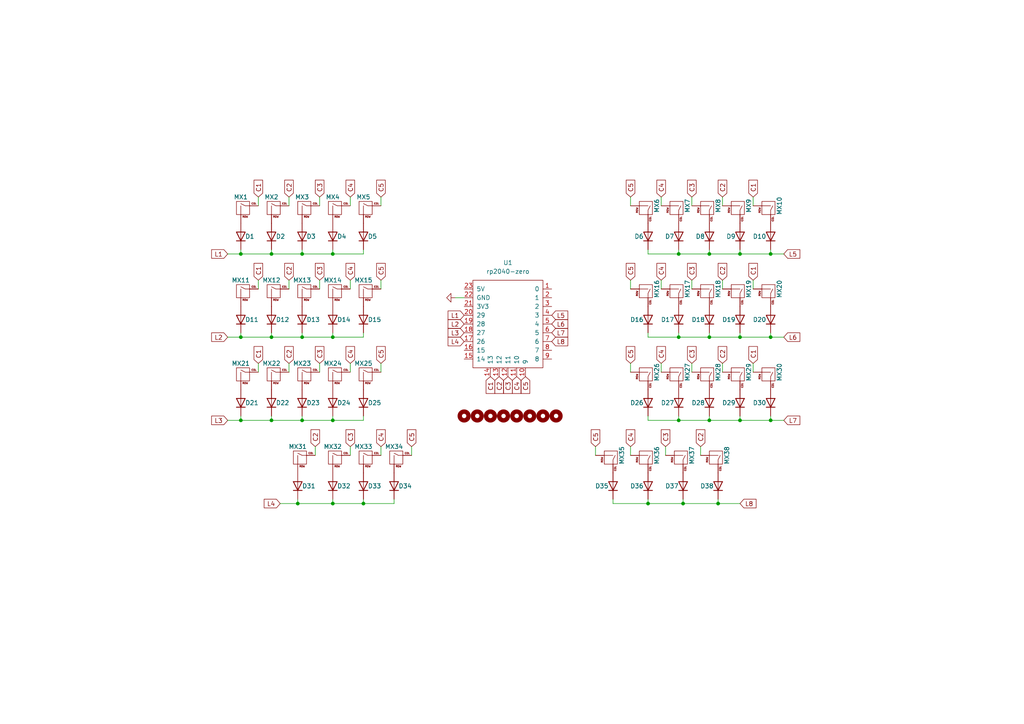
<source format=kicad_sch>
(kicad_sch (version 20230121) (generator eeschema)
  (paper "A4")
  (lib_symbols
    (symbol "Diode:1N4148" (pin_numbers hide) (pin_names hide)
      (property "Reference" "D" (at 0 2.54 0))
      (property "Value" "1N4148" (at 0 -2.54 0))
      (symbol "1N4148_0_1"
        (polyline (pts (xy -1.27 1.27) (xy -1.27 -1.27)) (stroke (width 0.254)))
        (polyline (pts (xy 1.27 0) (xy -1.27 0)))
        (polyline (pts (xy 1.27 1.27) (xy 1.27 -1.27) (xy -1.27 0) (xy 1.27 1.27)) (stroke (width 0.254)))
      )
      (symbol "1N4148_1_1"
        (pin passive line (at -3.81 0 0) (length 2.54) (name "K") (number "1"))
        (pin passive line (at 3.81 0 180) (length 2.54) (name "A") (number "2"))
      )
    )
    (symbol "Mechanical:MountingHole" (pin_names (offset 1.016))
      (property "Reference" "H" (at 0 5.08 0))
      (property "Value" "MountingHole" (at 0 3.175 0))
      (symbol "MountingHole_0_1"
        (circle (center 0 0) (radius 1.27) (stroke (width 1.27)))
      )
    )
    (symbol "PCM_0xcb:MX" (pin_names (offset 1.016))
      (property "Reference" "MX" (at -0.635 1.905 0))
      (property "Value" "MX" (at 0.635 0.635 0))
      (symbol "MX_1_0"
        (text "COL" (at 2.54 0.635 0) (effects (font (size 0.508 0.508))))
      )
      (symbol "MX_1_1"
        (polyline (pts (xy -1.27 -2.54) (xy -1.27 0)))
        (polyline (pts (xy 1.27 0) (xy 0 0) (xy -1.27 0.635)))
        (polyline (pts (xy -2.54 1.27) (xy 1.27 1.27) (xy 1.27 -2.54) (xy -2.54 -2.54) (xy -2.54 1.27)))
        (text "ROW" (at 0 -3.175 0) (effects (font (size 0.508 0.508))))
        (pin passive line (at 3.81 0 180) (length 2.54) (name "COL") (number "1"))
        (pin passive line (at -1.27 -5.08 90) (length 2.54) (name "ROW") (number "2"))
      )
    )
    (symbol "_mcu:rp2040-zero" (pin_names (offset 1.016))
      (property "Reference" "U" (at 0 15.24 0))
      (property "Value" "rp2040-zero" (at 0 12.7 0))
      (symbol "rp2040-zero_0_1"
        (rectangle (start -10.16 11.43) (end 10.16 -13.97))
      )
      (symbol "rp2040-zero_1_1"
        (pin bidirectional line (at 12.7 8.89 180) (length 2.54) (name "0") (number "1"))
        (pin bidirectional line (at 5.08 -16.51 90) (length 2.54) (name "9") (number "10"))
        (pin bidirectional line (at 2.54 -16.51 90) (length 2.54) (name "10") (number "11"))
        (pin bidirectional line (at 0 -16.51 90) (length 2.54) (name "11") (number "12"))
        (pin bidirectional line (at -2.54 -16.51 90) (length 2.54) (name "12") (number "13"))
        (pin bidirectional line (at -5.08 -16.51 90) (length 2.54) (name "13") (number "14"))
        (pin bidirectional line (at -12.7 -11.43 0) (length 2.54) (name "14") (number "15"))
        (pin bidirectional line (at -12.7 -8.89 0) (length 2.54) (name "15") (number "16"))
        (pin bidirectional line (at -12.7 -6.35 0) (length 2.54) (name "26") (number "17"))
        (pin bidirectional line (at -12.7 -3.81 0) (length 2.54) (name "27") (number "18"))
        (pin bidirectional line (at -12.7 -1.27 0) (length 2.54) (name "28") (number "19"))
        (pin bidirectional line (at 12.7 6.35 180) (length 2.54) (name "1") (number "2"))
        (pin bidirectional line (at -12.7 1.27 0) (length 2.54) (name "29") (number "20"))
        (pin power_out line (at -12.7 3.81 0) (length 2.54) (name "3V3") (number "21"))
        (pin power_out line (at -12.7 6.35 0) (length 2.54) (name "GND") (number "22"))
        (pin power_out line (at -12.7 8.89 0) (length 2.54) (name "5V") (number "23"))
        (pin bidirectional line (at 12.7 3.81 180) (length 2.54) (name "2") (number "3"))
        (pin bidirectional line (at 12.7 1.27 180) (length 2.54) (name "3") (number "4"))
        (pin bidirectional line (at 12.7 -1.27 180) (length 2.54) (name "4") (number "5"))
        (pin bidirectional line (at 12.7 -3.81 180) (length 2.54) (name "5") (number "6"))
        (pin bidirectional line (at 12.7 -6.35 180) (length 2.54) (name "6") (number "7"))
        (pin bidirectional line (at 12.7 -8.89 180) (length 2.54) (name "7") (number "8"))
        (pin bidirectional line (at 12.7 -11.43 180) (length 2.54) (name "8") (number "9"))
      )
    )
    (symbol "power:GND" (power) (pin_names (offset 0))
      (property "Value" "GND" (at 0 -3.81 0))
      (symbol "GND_0_1"
        (polyline (pts (xy 0 0) (xy 0 -1.27) (xy 1.27 -1.27) (xy 0 -2.54) (xy -1.27 -1.27) (xy 0 -1.27)))
      )
      (symbol "GND_1_1"
        (pin power_in line (at 0 0 270) (length 0) hide (name "GND") (number "1"))
      )
    )
  )
  (junction (at 69.85 97.79))
  (junction (at 214.63 97.79))
  (junction (at 205.74 97.79))
  (junction (at 96.52 97.79))
  (junction (at 223.52 73.66))
  (junction (at 214.63 73.66))
  (junction (at 69.85 121.92))
  (junction (at 87.63 73.66))
  (junction (at 208.28 146.05))
  (junction (at 87.63 121.92))
  (junction (at 78.74 121.92))
  (junction (at 198.12 146.05))
  (junction (at 78.74 97.79))
  (junction (at 223.52 121.92))
  (junction (at 105.41 146.05))
  (junction (at 223.52 97.79))
  (junction (at 196.85 97.79))
  (junction (at 96.52 73.66))
  (junction (at 78.74 73.66))
  (junction (at 196.85 121.92))
  (junction (at 214.63 121.92))
  (junction (at 196.85 73.66))
  (junction (at 96.52 146.05))
  (junction (at 86.36 146.05))
  (junction (at 69.85 73.66))
  (junction (at 187.96 146.05))
  (junction (at 96.52 121.92))
  (junction (at 205.74 121.92))
  (junction (at 205.74 73.66))
  (junction (at 87.63 97.79))
  (wire (pts (xy 200.66 57.15) (xy 200.66 59.69)))
  (wire (pts (xy 96.52 73.66) (xy 96.52 72.39)))
  (wire (pts (xy 105.41 146.05) (xy 114.3 146.05)))
  (wire (pts (xy 87.63 121.92) (xy 96.52 121.92)))
  (wire (pts (xy 66.04 73.66) (xy 69.85 73.66)))
  (wire (pts (xy 187.96 73.66) (xy 187.96 72.39)))
  (wire (pts (xy 92.71 105.41) (xy 92.71 107.95)))
  (wire (pts (xy 96.52 146.05) (xy 96.52 144.78)))
  (wire (pts (xy 69.85 73.66) (xy 78.74 73.66)))
  (wire (pts (xy 208.28 146.05) (xy 214.63 146.05)))
  (wire (pts (xy 83.82 81.28) (xy 83.82 83.82)))
  (wire (pts (xy 110.49 129.54) (xy 110.49 132.08)))
  (wire (pts (xy 187.96 121.92) (xy 187.96 120.65)))
  (wire (pts (xy 96.52 97.79) (xy 105.41 97.79)))
  (wire (pts (xy 119.38 129.54) (xy 119.38 132.08)))
  (wire (pts (xy 223.52 97.79) (xy 214.63 97.79)))
  (wire (pts (xy 187.96 146.05) (xy 187.96 144.78)))
  (wire (pts (xy 209.55 57.15) (xy 209.55 59.69)))
  (wire (pts (xy 214.63 73.66) (xy 214.63 72.39)))
  (wire (pts (xy 227.33 97.79) (xy 223.52 97.79)))
  (wire (pts (xy 177.8 146.05) (xy 177.8 144.78)))
  (wire (pts (xy 177.8 146.05) (xy 187.96 146.05)))
  (wire (pts (xy 101.6 105.41) (xy 101.6 107.95)))
  (wire (pts (xy 182.88 129.54) (xy 182.88 132.08)))
  (wire (pts (xy 86.36 146.05) (xy 86.36 144.78)))
  (wire (pts (xy 205.74 121.92) (xy 196.85 121.92)))
  (wire (pts (xy 83.82 105.41) (xy 83.82 107.95)))
  (wire (pts (xy 193.04 129.54) (xy 193.04 132.08)))
  (wire (pts (xy 105.41 73.66) (xy 105.41 72.39)))
  (wire (pts (xy 214.63 121.92) (xy 214.63 120.65)))
  (wire (pts (xy 101.6 129.54) (xy 101.6 132.08)))
  (wire (pts (xy 132.08 86.36) (xy 134.62 86.36)))
  (wire (pts (xy 200.66 105.41) (xy 200.66 107.95)))
  (wire (pts (xy 91.44 129.54) (xy 91.44 132.08)))
  (wire (pts (xy 227.33 73.66) (xy 223.52 73.66)))
  (wire (pts (xy 96.52 73.66) (xy 105.41 73.66)))
  (wire (pts (xy 105.41 121.92) (xy 105.41 120.65)))
  (wire (pts (xy 223.52 120.65) (xy 223.52 121.92)))
  (wire (pts (xy 218.44 57.15) (xy 218.44 59.69)))
  (wire (pts (xy 203.2 129.54) (xy 203.2 132.08)))
  (wire (pts (xy 196.85 121.92) (xy 187.96 121.92)))
  (wire (pts (xy 78.74 121.92) (xy 87.63 121.92)))
  (wire (pts (xy 87.63 97.79) (xy 96.52 97.79)))
  (wire (pts (xy 92.71 81.28) (xy 92.71 83.82)))
  (wire (pts (xy 205.74 73.66) (xy 196.85 73.66)))
  (wire (pts (xy 223.52 73.66) (xy 223.52 72.39)))
  (wire (pts (xy 96.52 146.05) (xy 105.41 146.05)))
  (wire (pts (xy 66.04 121.92) (xy 69.85 121.92)))
  (wire (pts (xy 78.74 97.79) (xy 87.63 97.79)))
  (wire (pts (xy 182.88 81.28) (xy 182.88 83.82)))
  (wire (pts (xy 191.77 57.15) (xy 191.77 59.69)))
  (wire (pts (xy 191.77 81.28) (xy 191.77 83.82)))
  (wire (pts (xy 86.36 146.05) (xy 96.52 146.05)))
  (wire (pts (xy 114.3 146.05) (xy 114.3 144.78)))
  (wire (pts (xy 214.63 97.79) (xy 205.74 97.79)))
  (wire (pts (xy 69.85 73.66) (xy 69.85 72.39)))
  (wire (pts (xy 218.44 105.41) (xy 218.44 107.95)))
  (wire (pts (xy 191.77 105.41) (xy 191.77 107.95)))
  (wire (pts (xy 78.74 73.66) (xy 87.63 73.66)))
  (wire (pts (xy 101.6 57.15) (xy 101.6 59.69)))
  (wire (pts (xy 196.85 97.79) (xy 196.85 96.52)))
  (wire (pts (xy 196.85 73.66) (xy 187.96 73.66)))
  (wire (pts (xy 205.74 73.66) (xy 205.74 72.39)))
  (wire (pts (xy 74.93 81.28) (xy 74.93 83.82)))
  (wire (pts (xy 223.52 121.92) (xy 227.33 121.92)))
  (wire (pts (xy 74.93 57.15) (xy 74.93 59.69)))
  (wire (pts (xy 205.74 121.92) (xy 205.74 120.65)))
  (wire (pts (xy 223.52 97.79) (xy 223.52 96.52)))
  (wire (pts (xy 187.96 97.79) (xy 187.96 96.52)))
  (wire (pts (xy 78.74 97.79) (xy 78.74 96.52)))
  (wire (pts (xy 208.28 144.78) (xy 208.28 146.05)))
  (wire (pts (xy 172.72 129.54) (xy 172.72 132.08)))
  (wire (pts (xy 74.93 105.41) (xy 74.93 107.95)))
  (wire (pts (xy 87.63 97.79) (xy 87.63 96.52)))
  (wire (pts (xy 110.49 57.15) (xy 110.49 59.69)))
  (wire (pts (xy 66.04 97.79) (xy 69.85 97.79)))
  (wire (pts (xy 110.49 105.41) (xy 110.49 107.95)))
  (wire (pts (xy 78.74 121.92) (xy 78.74 120.65)))
  (wire (pts (xy 187.96 146.05) (xy 198.12 146.05)))
  (wire (pts (xy 87.63 73.66) (xy 87.63 72.39)))
  (wire (pts (xy 214.63 121.92) (xy 205.74 121.92)))
  (wire (pts (xy 198.12 144.78) (xy 198.12 146.05)))
  (wire (pts (xy 182.88 105.41) (xy 182.88 107.95)))
  (wire (pts (xy 87.63 121.92) (xy 87.63 120.65)))
  (wire (pts (xy 198.12 146.05) (xy 208.28 146.05)))
  (wire (pts (xy 196.85 73.66) (xy 196.85 72.39)))
  (wire (pts (xy 92.71 57.15) (xy 92.71 59.69)))
  (wire (pts (xy 214.63 97.79) (xy 214.63 96.52)))
  (wire (pts (xy 105.41 97.79) (xy 105.41 96.52)))
  (wire (pts (xy 209.55 105.41) (xy 209.55 107.95)))
  (wire (pts (xy 87.63 73.66) (xy 96.52 73.66)))
  (wire (pts (xy 110.49 81.28) (xy 110.49 83.82)))
  (wire (pts (xy 78.74 73.66) (xy 78.74 72.39)))
  (wire (pts (xy 223.52 73.66) (xy 214.63 73.66)))
  (wire (pts (xy 69.85 97.79) (xy 78.74 97.79)))
  (wire (pts (xy 101.6 81.28) (xy 101.6 83.82)))
  (wire (pts (xy 182.88 57.15) (xy 182.88 59.69)))
  (wire (pts (xy 83.82 57.15) (xy 83.82 59.69)))
  (wire (pts (xy 96.52 121.92) (xy 96.52 120.65)))
  (wire (pts (xy 214.63 73.66) (xy 205.74 73.66)))
  (wire (pts (xy 200.66 81.28) (xy 200.66 83.82)))
  (wire (pts (xy 196.85 121.92) (xy 196.85 120.65)))
  (wire (pts (xy 69.85 120.65) (xy 69.85 121.92)))
  (wire (pts (xy 96.52 121.92) (xy 105.41 121.92)))
  (wire (pts (xy 209.55 81.28) (xy 209.55 83.82)))
  (wire (pts (xy 69.85 121.92) (xy 78.74 121.92)))
  (wire (pts (xy 81.28 146.05) (xy 86.36 146.05)))
  (wire (pts (xy 69.85 97.79) (xy 69.85 96.52)))
  (wire (pts (xy 196.85 97.79) (xy 187.96 97.79)))
  (wire (pts (xy 96.52 97.79) (xy 96.52 96.52)))
  (wire (pts (xy 205.74 97.79) (xy 196.85 97.79)))
  (wire (pts (xy 205.74 97.79) (xy 205.74 96.52)))
  (wire (pts (xy 218.44 81.28) (xy 218.44 83.82)))
  (wire (pts (xy 105.41 146.05) (xy 105.41 144.78)))
  (wire (pts (xy 214.63 121.92) (xy 223.52 121.92)))
  (global_label "C5" (shape input) (at 182.88 81.28 90) (property "Intersheetrefs" "${INTERSHEET_REFS}" (effects hide)))
  (global_label "C5" (shape input) (at 182.88 105.41 90) (property "Intersheetrefs" "${INTERSHEET_REFS}" (effects hide)))
  (global_label "C3" (shape input) (at 200.66 105.41 90) (property "Intersheetrefs" "${INTERSHEET_REFS}" (effects hide)))
  (global_label "C3" (shape input) (at 92.71 81.28 90) (property "Intersheetrefs" "${INTERSHEET_REFS}" (effects hide)))
  (global_label "L6" (shape input) (at 160.02 93.98 0) (property "Intersheetrefs" "${INTERSHEET_REFS}" (effects hide)))
  (global_label "C3" (shape input) (at 193.04 129.54 90) (property "Intersheetrefs" "${INTERSHEET_REFS}" (effects hide)))
  (global_label "L2" (shape input) (at 134.62 93.98 180) (property "Intersheetrefs" "${INTERSHEET_REFS}" (effects hide)))
  (global_label "L4" (shape input) (at 81.28 146.05 180) (property "Intersheetrefs" "${INTERSHEET_REFS}" (effects hide)))
  (global_label "C4" (shape input) (at 110.49 129.54 90) (property "Intersheetrefs" "${INTERSHEET_REFS}" (effects hide)))
  (global_label "C2" (shape input) (at 91.44 129.54 90) (property "Intersheetrefs" "${INTERSHEET_REFS}" (effects hide)))
  (global_label "C3" (shape input) (at 200.66 57.15 90) (property "Intersheetrefs" "${INTERSHEET_REFS}" (effects hide)))
  (global_label "L1" (shape input) (at 66.04 73.66 180) (property "Intersheetrefs" "${INTERSHEET_REFS}" (effects hide)))
  (global_label "C2" (shape input) (at 209.55 81.28 90) (property "Intersheetrefs" "${INTERSHEET_REFS}" (effects hide)))
  (global_label "L8" (shape input) (at 160.02 99.06 0) (property "Intersheetrefs" "${INTERSHEET_REFS}" (effects hide)))
  (global_label "C2" (shape input) (at 83.82 81.28 90) (property "Intersheetrefs" "${INTERSHEET_REFS}" (effects hide)))
  (global_label "C3" (shape input) (at 200.66 81.28 90) (property "Intersheetrefs" "${INTERSHEET_REFS}" (effects hide)))
  (global_label "C5" (shape input) (at 110.49 57.15 90) (property "Intersheetrefs" "${INTERSHEET_REFS}" (effects hide)))
  (global_label "C2" (shape input) (at 83.82 57.15 90) (property "Intersheetrefs" "${INTERSHEET_REFS}" (effects hide)))
  (global_label "C2" (shape input) (at 209.55 105.41 90) (property "Intersheetrefs" "${INTERSHEET_REFS}" (effects hide)))
  (global_label "L1" (shape input) (at 134.62 91.44 180) (property "Intersheetrefs" "${INTERSHEET_REFS}" (effects hide)))
  (global_label "C1" (shape input) (at 74.93 81.28 90) (property "Intersheetrefs" "${INTERSHEET_REFS}" (effects hide)))
  (global_label "C4" (shape input) (at 182.88 129.54 90) (property "Intersheetrefs" "${INTERSHEET_REFS}" (effects hide)))
  (global_label "C4" (shape input) (at 191.77 105.41 90) (property "Intersheetrefs" "${INTERSHEET_REFS}" (effects hide)))
  (global_label "C4" (shape input) (at 101.6 57.15 90) (property "Intersheetrefs" "${INTERSHEET_REFS}" (effects hide)))
  (global_label "C2" (shape input) (at 83.82 105.41 90) (property "Intersheetrefs" "${INTERSHEET_REFS}" (effects hide)))
  (global_label "L3" (shape input) (at 134.62 96.52 180) (property "Intersheetrefs" "${INTERSHEET_REFS}" (effects hide)))
  (global_label "C1" (shape input) (at 218.44 105.41 90) (property "Intersheetrefs" "${INTERSHEET_REFS}" (effects hide)))
  (global_label "C4" (shape input) (at 149.86 109.22 270) (property "Intersheetrefs" "${INTERSHEET_REFS}" (effects hide)))
  (global_label "C2" (shape input) (at 203.2 129.54 90) (property "Intersheetrefs" "${INTERSHEET_REFS}" (effects hide)))
  (global_label "C1" (shape input) (at 74.93 57.15 90) (property "Intersheetrefs" "${INTERSHEET_REFS}" (effects hide)))
  (global_label "L6" (shape input) (at 227.33 97.79 0) (property "Intersheetrefs" "${INTERSHEET_REFS}" (effects hide)))
  (global_label "C5" (shape input) (at 110.49 81.28 90) (property "Intersheetrefs" "${INTERSHEET_REFS}" (effects hide)))
  (global_label "C4" (shape input) (at 101.6 81.28 90) (property "Intersheetrefs" "${INTERSHEET_REFS}" (effects hide)))
  (global_label "C1" (shape input) (at 218.44 57.15 90) (property "Intersheetrefs" "${INTERSHEET_REFS}" (effects hide)))
  (global_label "C5" (shape input) (at 172.72 129.54 90) (property "Intersheetrefs" "${INTERSHEET_REFS}" (effects hide)))
  (global_label "L5" (shape input) (at 227.33 73.66 0) (property "Intersheetrefs" "${INTERSHEET_REFS}" (effects hide)))
  (global_label "C3" (shape input) (at 101.6 129.54 90) (property "Intersheetrefs" "${INTERSHEET_REFS}" (effects hide)))
  (global_label "L2" (shape input) (at 66.04 97.79 180) (property "Intersheetrefs" "${INTERSHEET_REFS}" (effects hide)))
  (global_label "L4" (shape input) (at 134.62 99.06 180) (property "Intersheetrefs" "${INTERSHEET_REFS}" (effects hide)))
  (global_label "C3" (shape input) (at 92.71 105.41 90) (property "Intersheetrefs" "${INTERSHEET_REFS}" (effects hide)))
  (global_label "C5" (shape input) (at 119.38 129.54 90) (property "Intersheetrefs" "${INTERSHEET_REFS}" (effects hide)))
  (global_label "C4" (shape input) (at 101.6 105.41 90) (property "Intersheetrefs" "${INTERSHEET_REFS}" (effects hide)))
  (global_label "C4" (shape input) (at 191.77 57.15 90) (property "Intersheetrefs" "${INTERSHEET_REFS}" (effects hide)))
  (global_label "L7" (shape input) (at 160.02 96.52 0) (property "Intersheetrefs" "${INTERSHEET_REFS}" (effects hide)))
  (global_label "C5" (shape input) (at 110.49 105.41 90) (property "Intersheetrefs" "${INTERSHEET_REFS}" (effects hide)))
  (global_label "C5" (shape input) (at 182.88 57.15 90) (property "Intersheetrefs" "${INTERSHEET_REFS}" (effects hide)))
  (global_label "L3" (shape input) (at 66.04 121.92 180) (property "Intersheetrefs" "${INTERSHEET_REFS}" (effects hide)))
  (global_label "L5" (shape input) (at 160.02 91.44 0) (property "Intersheetrefs" "${INTERSHEET_REFS}" (effects hide)))
  (global_label "C4" (shape input) (at 191.77 81.28 90) (property "Intersheetrefs" "${INTERSHEET_REFS}" (effects hide)))
  (global_label "C3" (shape input) (at 147.32 109.22 270) (property "Intersheetrefs" "${INTERSHEET_REFS}" (effects hide)))
  (global_label "L7" (shape input) (at 227.33 121.92 0) (property "Intersheetrefs" "${INTERSHEET_REFS}" (effects hide)))
  (global_label "L8" (shape input) (at 214.63 146.05 0) (property "Intersheetrefs" "${INTERSHEET_REFS}" (effects hide)))
  (global_label "C2" (shape input) (at 209.55 57.15 90) (property "Intersheetrefs" "${INTERSHEET_REFS}" (effects hide)))
  (global_label "C3" (shape input) (at 92.71 57.15 90) (property "Intersheetrefs" "${INTERSHEET_REFS}" (effects hide)))
  (global_label "C5" (shape input) (at 152.4 109.22 270) (property "Intersheetrefs" "${INTERSHEET_REFS}" (effects hide)))
  (global_label "C1" (shape input) (at 218.44 81.28 90) (property "Intersheetrefs" "${INTERSHEET_REFS}" (effects hide)))
  (global_label "C2" (shape input) (at 144.78 109.22 270) (property "Intersheetrefs" "${INTERSHEET_REFS}" (effects hide)))
  (global_label "C1" (shape input) (at 74.93 105.41 90) (property "Intersheetrefs" "${INTERSHEET_REFS}" (effects hide)))
  (global_label "C1" (shape input) (at 142.24 109.22 270) (property "Intersheetrefs" "${INTERSHEET_REFS}" (effects hide)))
  (symbol (lib_id "PCM_0xcb:MX") (at 115.57 132.08 0) (unit 1)
    (property "Reference" "MX34" (at 114.3 129.54 0))
    (property "Value" "MX" (effects hide))
    (property "Footprint" "_mx:MX-Alps-Hybrid-1U" (effects hide))
  )
  (symbol (lib_id "Diode:1N4148") (at 214.63 68.58 270) (mirror x) (unit 1)
    (property "Reference" "D9" (at 213.36 68.58 90) (effects (justify right)))
    (property "Value" "1N4148" (effects hide))
    (property "Footprint" "Diode_THT:D_DO-35_SOD27_P7.62mm_Horizontal" (effects hide))
    (property "Datasheet" "https://assets.nexperia.com/documents/data-sheet/1N4148_1N4448.pdf" (effects hide))
    (property "Sim.Device" "D" (effects hide))
    (property "Sim.Pins" "1=K 2=A" (effects hide))
  )
  (symbol (lib_id "Diode:1N4148") (at 114.3 140.97 90) (unit 1)
    (property "Reference" "D34" (at 115.57 140.97 90) (effects (justify right)))
    (property "Value" "1N4148" (effects hide))
    (property "Footprint" "Diode_THT:D_DO-35_SOD27_P7.62mm_Horizontal" (effects hide))
    (property "Datasheet" "https://assets.nexperia.com/documents/data-sheet/1N4148_1N4448.pdf" (effects hide))
    (property "Sim.Device" "D" (effects hide))
    (property "Sim.Pins" "1=K 2=A" (effects hide))
  )
  (symbol (lib_id "PCM_0xcb:MX") (at 187.96 60.96 270) (unit 1)
    (property "Reference" "MX6" (at 190.5 59.69 0))
    (property "Value" "MX" (effects hide))
    (property "Footprint" "_mx:MX-Alps-Hybrid-1U" (effects hide))
  )
  (symbol (lib_id "PCM_0xcb:MX") (at 97.79 107.95 0) (unit 1)
    (property "Reference" "MX24" (at 96.52 105.41 0))
    (property "Value" "MX" (effects hide))
    (property "Footprint" "_mx:MX-Alps-Hybrid-1U" (effects hide))
  )
  (symbol (lib_id "Diode:1N4148") (at 205.74 92.71 270) (mirror x) (unit 1)
    (property "Reference" "D18" (at 204.47 92.71 90) (effects (justify right)))
    (property "Value" "1N4148" (effects hide))
    (property "Footprint" "Diode_THT:D_DO-35_SOD27_P7.62mm_Horizontal" (effects hide))
    (property "Datasheet" "https://assets.nexperia.com/documents/data-sheet/1N4148_1N4448.pdf" (effects hide))
    (property "Sim.Device" "D" (effects hide))
    (property "Sim.Pins" "1=K 2=A" (effects hide))
  )
  (symbol (lib_id "PCM_0xcb:MX") (at 196.85 85.09 270) (unit 1)
    (property "Reference" "MX17" (at 199.39 83.82 0))
    (property "Value" "MX" (effects hide))
    (property "Footprint" "_mx:MX-Alps-Hybrid-1U" (effects hide))
  )
  (symbol (lib_id "Mechanical:MountingHole") (at 142.24 120.65 0) (unit 1)
    (property "Reference" "H3" (effects hide))
    (property "Value" "MountingHole" (effects hide))
    (property "Footprint" "MountingHole:MountingHole_2.2mm_M2" (effects hide))
  )
  (symbol (lib_id "PCM_0xcb:MX") (at 88.9 59.69 0) (unit 1)
    (property "Reference" "MX3" (at 87.63 57.15 0))
    (property "Value" "MX" (effects hide))
    (property "Footprint" "_mx:MX-Alps-Hybrid-1U" (effects hide))
  )
  (symbol (lib_id "Diode:1N4148") (at 87.63 92.71 90) (unit 1)
    (property "Reference" "D13" (at 88.9 92.71 90) (effects (justify right)))
    (property "Value" "1N4148" (effects hide))
    (property "Footprint" "Diode_THT:D_DO-35_SOD27_P7.62mm_Horizontal" (effects hide))
    (property "Datasheet" "https://assets.nexperia.com/documents/data-sheet/1N4148_1N4448.pdf" (effects hide))
    (property "Sim.Device" "D" (effects hide))
    (property "Sim.Pins" "1=K 2=A" (effects hide))
  )
  (symbol (lib_id "PCM_0xcb:MX") (at 80.01 83.82 0) (unit 1)
    (property "Reference" "MX12" (at 78.74 81.28 0))
    (property "Value" "MX" (effects hide))
    (property "Footprint" "_mx:MX-Alps-Hybrid-1U" (effects hide))
  )
  (symbol (lib_id "PCM_0xcb:MX") (at 208.28 133.35 270) (unit 1)
    (property "Reference" "MX38" (at 210.82 132.08 0))
    (property "Value" "MX" (effects hide))
    (property "Footprint" "_mx:MX-Alps-Hybrid-1U" (effects hide))
  )
  (symbol (lib_id "_mcu:rp2040-zero") (at 147.32 92.71 0) (unit 1)
    (property "Reference" "U1" (at 147.32 76.2 0))
    (property "Value" "rp2040-zero" (at 147.32 78.74 0))
    (property "Footprint" "_mcu:rp2040-zero-tht" (effects hide))
  )
  (symbol (lib_id "PCM_0xcb:MX") (at 106.68 132.08 0) (unit 1)
    (property "Reference" "MX33" (at 105.41 129.54 0))
    (property "Value" "MX" (effects hide))
    (property "Footprint" "_mx:MX-Alps-Hybrid-1U" (effects hide))
  )
  (symbol (lib_id "Diode:1N4148") (at 223.52 92.71 270) (mirror x) (unit 1)
    (property "Reference" "D20" (at 222.25 92.71 90) (effects (justify right)))
    (property "Value" "1N4148" (effects hide))
    (property "Footprint" "Diode_THT:D_DO-35_SOD27_P7.62mm_Horizontal" (effects hide))
    (property "Datasheet" "https://assets.nexperia.com/documents/data-sheet/1N4148_1N4448.pdf" (effects hide))
    (property "Sim.Device" "D" (effects hide))
    (property "Sim.Pins" "1=K 2=A" (effects hide))
  )
  (symbol (lib_id "PCM_0xcb:MX") (at 87.63 132.08 0) (unit 1)
    (property "Reference" "MX31" (at 86.36 129.54 0))
    (property "Value" "MX" (effects hide))
    (property "Footprint" "_mx:MX-Alps-Hybrid-1U" (effects hide))
  )
  (symbol (lib_id "Mechanical:MountingHole") (at 153.67 120.65 0) (unit 1)
    (property "Reference" "H6" (effects hide))
    (property "Value" "MountingHole" (effects hide))
    (property "Footprint" "MountingHole:MountingHole_2.2mm_M2" (effects hide))
  )
  (symbol (lib_id "Diode:1N4148") (at 69.85 68.58 90) (unit 1)
    (property "Reference" "D1" (at 71.12 68.58 90) (effects (justify right)))
    (property "Value" "1N4148" (effects hide))
    (property "Footprint" "Diode_THT:D_DO-35_SOD27_P7.62mm_Horizontal" (effects hide))
    (property "Datasheet" "https://assets.nexperia.com/documents/data-sheet/1N4148_1N4448.pdf" (effects hide))
    (property "Sim.Device" "D" (effects hide))
    (property "Sim.Pins" "1=K 2=A" (effects hide))
  )
  (symbol (lib_id "PCM_0xcb:MX") (at 214.63 60.96 270) (unit 1)
    (property "Reference" "MX9" (at 217.17 59.69 0))
    (property "Value" "MX" (effects hide))
    (property "Footprint" "_mx:MX-Alps-Hybrid-1U" (effects hide))
  )
  (symbol (lib_id "PCM_0xcb:MX") (at 205.74 60.96 270) (unit 1)
    (property "Reference" "MX8" (at 208.28 59.69 0))
    (property "Value" "MX" (effects hide))
    (property "Footprint" "_mx:MX-Alps-Hybrid-1U" (effects hide))
  )
  (symbol (lib_id "Diode:1N4148") (at 223.52 68.58 270) (mirror x) (unit 1)
    (property "Reference" "D10" (at 222.25 68.58 90) (effects (justify right)))
    (property "Value" "1N4148" (effects hide))
    (property "Footprint" "Diode_THT:D_DO-35_SOD27_P7.62mm_Horizontal" (effects hide))
    (property "Datasheet" "https://assets.nexperia.com/documents/data-sheet/1N4148_1N4448.pdf" (effects hide))
    (property "Sim.Device" "D" (effects hide))
    (property "Sim.Pins" "1=K 2=A" (effects hide))
  )
  (symbol (lib_id "Mechanical:MountingHole") (at 146.05 120.65 0) (unit 1)
    (property "Reference" "H4" (effects hide))
    (property "Value" "MountingHole" (effects hide))
    (property "Footprint" "MountingHole:MountingHole_2.2mm_M2" (effects hide))
  )
  (symbol (lib_id "Diode:1N4148") (at 78.74 92.71 90) (unit 1)
    (property "Reference" "D12" (at 80.01 92.71 90) (effects (justify right)))
    (property "Value" "1N4148" (effects hide))
    (property "Footprint" "Diode_THT:D_DO-35_SOD27_P7.62mm_Horizontal" (effects hide))
    (property "Datasheet" "https://assets.nexperia.com/documents/data-sheet/1N4148_1N4448.pdf" (effects hide))
    (property "Sim.Device" "D" (effects hide))
    (property "Sim.Pins" "1=K 2=A" (effects hide))
  )
  (symbol (lib_id "Mechanical:MountingHole") (at 157.48 120.65 0) (unit 1)
    (property "Reference" "H7" (effects hide))
    (property "Value" "MountingHole" (effects hide))
    (property "Footprint" "MountingHole:MountingHole_2.2mm_M2" (effects hide))
  )
  (symbol (lib_id "Diode:1N4148") (at 205.74 116.84 270) (mirror x) (unit 1)
    (property "Reference" "D28" (at 204.47 116.84 90) (effects (justify right)))
    (property "Value" "1N4148" (effects hide))
    (property "Footprint" "Diode_THT:D_DO-35_SOD27_P7.62mm_Horizontal" (effects hide))
    (property "Datasheet" "https://assets.nexperia.com/documents/data-sheet/1N4148_1N4448.pdf" (effects hide))
    (property "Sim.Device" "D" (effects hide))
    (property "Sim.Pins" "1=K 2=A" (effects hide))
  )
  (symbol (lib_id "Diode:1N4148") (at 223.52 116.84 270) (mirror x) (unit 1)
    (property "Reference" "D30" (at 222.25 116.84 90) (effects (justify right)))
    (property "Value" "1N4148" (effects hide))
    (property "Footprint" "Diode_THT:D_DO-35_SOD27_P7.62mm_Horizontal" (effects hide))
    (property "Datasheet" "https://assets.nexperia.com/documents/data-sheet/1N4148_1N4448.pdf" (effects hide))
    (property "Sim.Device" "D" (effects hide))
    (property "Sim.Pins" "1=K 2=A" (effects hide))
  )
  (symbol (lib_id "PCM_0xcb:MX") (at 214.63 109.22 270) (unit 1)
    (property "Reference" "MX29" (at 217.17 107.95 0))
    (property "Value" "MX" (effects hide))
    (property "Footprint" "_mx:MX-Alps-Hybrid-1U" (effects hide))
  )
  (symbol (lib_id "PCM_0xcb:MX") (at 80.01 59.69 0) (unit 1)
    (property "Reference" "MX2" (at 78.74 57.15 0))
    (property "Value" "MX" (effects hide))
    (property "Footprint" "_mx:MX-Alps-Hybrid-1U" (effects hide))
  )
  (symbol (lib_id "Diode:1N4148") (at 96.52 68.58 90) (unit 1)
    (property "Reference" "D4" (at 97.79 68.58 90) (effects (justify right)))
    (property "Value" "1N4148" (effects hide))
    (property "Footprint" "Diode_THT:D_DO-35_SOD27_P7.62mm_Horizontal" (effects hide))
    (property "Datasheet" "https://assets.nexperia.com/documents/data-sheet/1N4148_1N4448.pdf" (effects hide))
    (property "Sim.Device" "D" (effects hide))
    (property "Sim.Pins" "1=K 2=A" (effects hide))
  )
  (symbol (lib_id "PCM_0xcb:MX") (at 71.12 107.95 0) (unit 1)
    (property "Reference" "MX21" (at 69.85 105.41 0))
    (property "Value" "MX" (effects hide))
    (property "Footprint" "_mx:MX-Alps-Hybrid-1U" (effects hide))
  )
  (symbol (lib_id "Diode:1N4148") (at 187.96 140.97 270) (mirror x) (unit 1)
    (property "Reference" "D36" (at 186.69 140.97 90) (effects (justify right)))
    (property "Value" "1N4148" (effects hide))
    (property "Footprint" "Diode_THT:D_DO-35_SOD27_P7.62mm_Horizontal" (effects hide))
    (property "Datasheet" "https://assets.nexperia.com/documents/data-sheet/1N4148_1N4448.pdf" (effects hide))
    (property "Sim.Device" "D" (effects hide))
    (property "Sim.Pins" "1=K 2=A" (effects hide))
  )
  (symbol (lib_id "Diode:1N4148") (at 78.74 68.58 90) (unit 1)
    (property "Reference" "D2" (at 80.01 68.58 90) (effects (justify right)))
    (property "Value" "1N4148" (effects hide))
    (property "Footprint" "Diode_THT:D_DO-35_SOD27_P7.62mm_Horizontal" (effects hide))
    (property "Datasheet" "https://assets.nexperia.com/documents/data-sheet/1N4148_1N4448.pdf" (effects hide))
    (property "Sim.Device" "D" (effects hide))
    (property "Sim.Pins" "1=K 2=A" (effects hide))
  )
  (symbol (lib_id "PCM_0xcb:MX") (at 88.9 107.95 0) (unit 1)
    (property "Reference" "MX23" (at 87.63 105.41 0))
    (property "Value" "MX" (effects hide))
    (property "Footprint" "_mx:MX-Alps-Hybrid-1U" (effects hide))
  )
  (symbol (lib_id "Diode:1N4148") (at 214.63 116.84 270) (mirror x) (unit 1)
    (property "Reference" "D29" (at 213.36 116.84 90) (effects (justify right)))
    (property "Value" "1N4148" (effects hide))
    (property "Footprint" "Diode_THT:D_DO-35_SOD27_P7.62mm_Horizontal" (effects hide))
    (property "Datasheet" "https://assets.nexperia.com/documents/data-sheet/1N4148_1N4448.pdf" (effects hide))
    (property "Sim.Device" "D" (effects hide))
    (property "Sim.Pins" "1=K 2=A" (effects hide))
  )
  (symbol (lib_id "Diode:1N4148") (at 86.36 140.97 90) (unit 1)
    (property "Reference" "D31" (at 87.63 140.97 90) (effects (justify right)))
    (property "Value" "1N4148" (effects hide))
    (property "Footprint" "Diode_THT:D_DO-35_SOD27_P7.62mm_Horizontal" (effects hide))
    (property "Datasheet" "https://assets.nexperia.com/documents/data-sheet/1N4148_1N4448.pdf" (effects hide))
    (property "Sim.Device" "D" (effects hide))
    (property "Sim.Pins" "1=K 2=A" (effects hide))
  )
  (symbol (lib_id "Diode:1N4148") (at 196.85 116.84 270) (mirror x) (unit 1)
    (property "Reference" "D27" (at 195.58 116.84 90) (effects (justify right)))
    (property "Value" "1N4148" (effects hide))
    (property "Footprint" "Diode_THT:D_DO-35_SOD27_P7.62mm_Horizontal" (effects hide))
    (property "Datasheet" "https://assets.nexperia.com/documents/data-sheet/1N4148_1N4448.pdf" (effects hide))
    (property "Sim.Device" "D" (effects hide))
    (property "Sim.Pins" "1=K 2=A" (effects hide))
  )
  (symbol (lib_id "PCM_0xcb:MX") (at 106.68 83.82 0) (unit 1)
    (property "Reference" "MX15" (at 105.41 81.28 0))
    (property "Value" "MX" (effects hide))
    (property "Footprint" "_mx:MX-Alps-Hybrid-1U" (effects hide))
  )
  (symbol (lib_id "PCM_0xcb:MX") (at 223.52 85.09 270) (unit 1)
    (property "Reference" "MX20" (at 226.06 83.82 0))
    (property "Value" "MX" (effects hide))
    (property "Footprint" "_mx:MX-Alps-Hybrid-1U" (effects hide))
  )
  (symbol (lib_id "PCM_0xcb:MX") (at 106.68 107.95 0) (unit 1)
    (property "Reference" "MX25" (at 105.41 105.41 0))
    (property "Value" "MX" (effects hide))
    (property "Footprint" "_mx:MX-Alps-Hybrid-1U" (effects hide))
  )
  (symbol (lib_id "Diode:1N4148") (at 105.41 116.84 90) (unit 1)
    (property "Reference" "D25" (at 106.68 116.84 90) (effects (justify right)))
    (property "Value" "1N4148" (effects hide))
    (property "Footprint" "Diode_THT:D_DO-35_SOD27_P7.62mm_Horizontal" (effects hide))
    (property "Datasheet" "https://assets.nexperia.com/documents/data-sheet/1N4148_1N4448.pdf" (effects hide))
    (property "Sim.Device" "D" (effects hide))
    (property "Sim.Pins" "1=K 2=A" (effects hide))
  )
  (symbol (lib_id "PCM_0xcb:MX") (at 196.85 109.22 270) (unit 1)
    (property "Reference" "MX27" (at 199.39 107.95 0))
    (property "Value" "MX" (effects hide))
    (property "Footprint" "_mx:MX-Alps-Hybrid-1U" (effects hide))
  )
  (symbol (lib_id "PCM_0xcb:MX") (at 97.79 83.82 0) (unit 1)
    (property "Reference" "MX14" (at 96.52 81.28 0))
    (property "Value" "MX" (effects hide))
    (property "Footprint" "_mx:MX-Alps-Hybrid-1U" (effects hide))
  )
  (symbol (lib_id "Diode:1N4148") (at 196.85 92.71 270) (mirror x) (unit 1)
    (property "Reference" "D17" (at 195.58 92.71 90) (effects (justify right)))
    (property "Value" "1N4148" (effects hide))
    (property "Footprint" "Diode_THT:D_DO-35_SOD27_P7.62mm_Horizontal" (effects hide))
    (property "Datasheet" "https://assets.nexperia.com/documents/data-sheet/1N4148_1N4448.pdf" (effects hide))
    (property "Sim.Device" "D" (effects hide))
    (property "Sim.Pins" "1=K 2=A" (effects hide))
  )
  (symbol (lib_id "PCM_0xcb:MX") (at 97.79 132.08 0) (unit 1)
    (property "Reference" "MX32" (at 96.52 129.54 0))
    (property "Value" "MX" (effects hide))
    (property "Footprint" "_mx:MX-Alps-Hybrid-1U" (effects hide))
  )
  (symbol (lib_id "PCM_0xcb:MX") (at 106.68 59.69 0) (unit 1)
    (property "Reference" "MX5" (at 105.41 57.15 0))
    (property "Value" "MX" (effects hide))
    (property "Footprint" "_mx:MX-Alps-Hybrid-1U" (effects hide))
  )
  (symbol (lib_id "Diode:1N4148") (at 205.74 68.58 270) (mirror x) (unit 1)
    (property "Reference" "D8" (at 204.47 68.58 90) (effects (justify right)))
    (property "Value" "1N4148" (effects hide))
    (property "Footprint" "Diode_THT:D_DO-35_SOD27_P7.62mm_Horizontal" (effects hide))
    (property "Datasheet" "https://assets.nexperia.com/documents/data-sheet/1N4148_1N4448.pdf" (effects hide))
    (property "Sim.Device" "D" (effects hide))
    (property "Sim.Pins" "1=K 2=A" (effects hide))
  )
  (symbol (lib_id "Mechanical:MountingHole") (at 138.43 120.65 0) (unit 1)
    (property "Reference" "H2" (effects hide))
    (property "Value" "MountingHole" (effects hide))
    (property "Footprint" "MountingHole:MountingHole_2.2mm_M2" (effects hide))
  )
  (symbol (lib_id "PCM_0xcb:MX") (at 71.12 83.82 0) (unit 1)
    (property "Reference" "MX11" (at 69.85 81.28 0))
    (property "Value" "MX" (effects hide))
    (property "Footprint" "_mx:MX-Alps-Hybrid-1U" (effects hide))
  )
  (symbol (lib_id "Diode:1N4148") (at 69.85 116.84 90) (unit 1)
    (property "Reference" "D21" (at 71.12 116.84 90) (effects (justify right)))
    (property "Value" "1N4148" (effects hide))
    (property "Footprint" "Diode_THT:D_DO-35_SOD27_P7.62mm_Horizontal" (effects hide))
    (property "Datasheet" "https://assets.nexperia.com/documents/data-sheet/1N4148_1N4448.pdf" (effects hide))
    (property "Sim.Device" "D" (effects hide))
    (property "Sim.Pins" "1=K 2=A" (effects hide))
  )
  (symbol (lib_id "Diode:1N4148") (at 96.52 92.71 90) (unit 1)
    (property "Reference" "D14" (at 97.79 92.71 90) (effects (justify right)))
    (property "Value" "1N4148" (effects hide))
    (property "Footprint" "Diode_THT:D_DO-35_SOD27_P7.62mm_Horizontal" (effects hide))
    (property "Datasheet" "https://assets.nexperia.com/documents/data-sheet/1N4148_1N4448.pdf" (effects hide))
    (property "Sim.Device" "D" (effects hide))
    (property "Sim.Pins" "1=K 2=A" (effects hide))
  )
  (symbol (lib_id "Diode:1N4148") (at 78.74 116.84 90) (unit 1)
    (property "Reference" "D22" (at 80.01 116.84 90) (effects (justify right)))
    (property "Value" "1N4148" (effects hide))
    (property "Footprint" "Diode_THT:D_DO-35_SOD27_P7.62mm_Horizontal" (effects hide))
    (property "Datasheet" "https://assets.nexperia.com/documents/data-sheet/1N4148_1N4448.pdf" (effects hide))
    (property "Sim.Device" "D" (effects hide))
    (property "Sim.Pins" "1=K 2=A" (effects hide))
  )
  (symbol (lib_id "PCM_0xcb:MX") (at 223.52 109.22 270) (unit 1)
    (property "Reference" "MX30" (at 226.06 107.95 0))
    (property "Value" "MX" (effects hide))
    (property "Footprint" "_mx:MX-Alps-Hybrid-1U" (effects hide))
  )
  (symbol (lib_id "PCM_0xcb:MX") (at 196.85 60.96 270) (unit 1)
    (property "Reference" "MX7" (at 199.39 59.69 0))
    (property "Value" "MX" (effects hide))
    (property "Footprint" "_mx:MX-Alps-Hybrid-1U" (effects hide))
  )
  (symbol (lib_id "Diode:1N4148") (at 208.28 140.97 270) (mirror x) (unit 1)
    (property "Reference" "D38" (at 207.01 140.97 90) (effects (justify right)))
    (property "Value" "1N4148" (effects hide))
    (property "Footprint" "Diode_THT:D_DO-35_SOD27_P7.62mm_Horizontal" (effects hide))
    (property "Datasheet" "https://assets.nexperia.com/documents/data-sheet/1N4148_1N4448.pdf" (effects hide))
    (property "Sim.Device" "D" (effects hide))
    (property "Sim.Pins" "1=K 2=A" (effects hide))
  )
  (symbol (lib_id "PCM_0xcb:MX") (at 214.63 85.09 270) (unit 1)
    (property "Reference" "MX19" (at 217.17 83.82 0))
    (property "Value" "MX" (effects hide))
    (property "Footprint" "_mx:MX-Alps-Hybrid-1U" (effects hide))
  )
  (symbol (lib_id "PCM_0xcb:MX") (at 80.01 107.95 0) (unit 1)
    (property "Reference" "MX22" (at 78.74 105.41 0))
    (property "Value" "MX" (effects hide))
    (property "Footprint" "_mx:MX-Alps-Hybrid-1U" (effects hide))
  )
  (symbol (lib_id "Diode:1N4148") (at 105.41 68.58 90) (unit 1)
    (property "Reference" "D5" (at 106.68 68.58 90) (effects (justify right)))
    (property "Value" "1N4148" (effects hide))
    (property "Footprint" "Diode_THT:D_DO-35_SOD27_P7.62mm_Horizontal" (effects hide))
    (property "Datasheet" "https://assets.nexperia.com/documents/data-sheet/1N4148_1N4448.pdf" (effects hide))
    (property "Sim.Device" "D" (effects hide))
    (property "Sim.Pins" "1=K 2=A" (effects hide))
  )
  (symbol (lib_id "Diode:1N4148") (at 105.41 140.97 90) (unit 1)
    (property "Reference" "D33" (at 106.68 140.97 90) (effects (justify right)))
    (property "Value" "1N4148" (effects hide))
    (property "Footprint" "Diode_THT:D_DO-35_SOD27_P7.62mm_Horizontal" (effects hide))
    (property "Datasheet" "https://assets.nexperia.com/documents/data-sheet/1N4148_1N4448.pdf" (effects hide))
    (property "Sim.Device" "D" (effects hide))
    (property "Sim.Pins" "1=K 2=A" (effects hide))
  )
  (symbol (lib_id "power:GND") (at 132.08 86.36 270) (unit 1)
    (property "Reference" "#PWR01" (effects hide))
    (property "Value" "GND" (effects hide))
  )
  (symbol (lib_id "Diode:1N4148") (at 177.8 140.97 270) (mirror x) (unit 1)
    (property "Reference" "D35" (at 176.53 140.97 90) (effects (justify right)))
    (property "Value" "1N4148" (effects hide))
    (property "Footprint" "Diode_THT:D_DO-35_SOD27_P7.62mm_Horizontal" (effects hide))
    (property "Datasheet" "https://assets.nexperia.com/documents/data-sheet/1N4148_1N4448.pdf" (effects hide))
    (property "Sim.Device" "D" (effects hide))
    (property "Sim.Pins" "1=K 2=A" (effects hide))
  )
  (symbol (lib_id "Diode:1N4148") (at 187.96 116.84 270) (mirror x) (unit 1)
    (property "Reference" "D26" (at 186.69 116.84 90) (effects (justify right)))
    (property "Value" "1N4148" (effects hide))
    (property "Footprint" "Diode_THT:D_DO-35_SOD27_P7.62mm_Horizontal" (effects hide))
    (property "Datasheet" "https://assets.nexperia.com/documents/data-sheet/1N4148_1N4448.pdf" (effects hide))
    (property "Sim.Device" "D" (effects hide))
    (property "Sim.Pins" "1=K 2=A" (effects hide))
  )
  (symbol (lib_id "Diode:1N4148") (at 96.52 140.97 90) (unit 1)
    (property "Reference" "D32" (at 97.79 140.97 90) (effects (justify right)))
    (property "Value" "1N4148" (effects hide))
    (property "Footprint" "Diode_THT:D_DO-35_SOD27_P7.62mm_Horizontal" (effects hide))
    (property "Datasheet" "https://assets.nexperia.com/documents/data-sheet/1N4148_1N4448.pdf" (effects hide))
    (property "Sim.Device" "D" (effects hide))
    (property "Sim.Pins" "1=K 2=A" (effects hide))
  )
  (symbol (lib_id "Diode:1N4148") (at 87.63 116.84 90) (unit 1)
    (property "Reference" "D23" (at 88.9 116.84 90) (effects (justify right)))
    (property "Value" "1N4148" (effects hide))
    (property "Footprint" "Diode_THT:D_DO-35_SOD27_P7.62mm_Horizontal" (effects hide))
    (property "Datasheet" "https://assets.nexperia.com/documents/data-sheet/1N4148_1N4448.pdf" (effects hide))
    (property "Sim.Device" "D" (effects hide))
    (property "Sim.Pins" "1=K 2=A" (effects hide))
  )
  (symbol (lib_id "Diode:1N4148") (at 196.85 68.58 270) (mirror x) (unit 1)
    (property "Reference" "D7" (at 195.58 68.58 90) (effects (justify right)))
    (property "Value" "1N4148" (effects hide))
    (property "Footprint" "Diode_THT:D_DO-35_SOD27_P7.62mm_Horizontal" (effects hide))
    (property "Datasheet" "https://assets.nexperia.com/documents/data-sheet/1N4148_1N4448.pdf" (effects hide))
    (property "Sim.Device" "D" (effects hide))
    (property "Sim.Pins" "1=K 2=A" (effects hide))
  )
  (symbol (lib_id "Diode:1N4148") (at 87.63 68.58 90) (unit 1)
    (property "Reference" "D3" (at 88.9 68.58 90) (effects (justify right)))
    (property "Value" "1N4148" (effects hide))
    (property "Footprint" "Diode_THT:D_DO-35_SOD27_P7.62mm_Horizontal" (effects hide))
    (property "Datasheet" "https://assets.nexperia.com/documents/data-sheet/1N4148_1N4448.pdf" (effects hide))
    (property "Sim.Device" "D" (effects hide))
    (property "Sim.Pins" "1=K 2=A" (effects hide))
  )
  (symbol (lib_id "Mechanical:MountingHole") (at 161.29 120.65 0) (unit 1)
    (property "Reference" "H8" (effects hide))
    (property "Value" "MountingHole" (effects hide))
    (property "Footprint" "MountingHole:MountingHole_2.2mm_M2" (effects hide))
  )
  (symbol (lib_id "PCM_0xcb:MX") (at 88.9 83.82 0) (unit 1)
    (property "Reference" "MX13" (at 87.63 81.28 0))
    (property "Value" "MX" (effects hide))
    (property "Footprint" "_mx:MX-Alps-Hybrid-1U" (effects hide))
  )
  (symbol (lib_id "Diode:1N4148") (at 69.85 92.71 90) (unit 1)
    (property "Reference" "D11" (at 71.12 92.71 90) (effects (justify right)))
    (property "Value" "1N4148" (effects hide))
    (property "Footprint" "Diode_THT:D_DO-35_SOD27_P7.62mm_Horizontal" (effects hide))
    (property "Datasheet" "https://assets.nexperia.com/documents/data-sheet/1N4148_1N4448.pdf" (effects hide))
    (property "Sim.Device" "D" (effects hide))
    (property "Sim.Pins" "1=K 2=A" (effects hide))
  )
  (symbol (lib_id "Diode:1N4148") (at 187.96 68.58 270) (mirror x) (unit 1)
    (property "Reference" "D6" (at 186.69 68.58 90) (effects (justify right)))
    (property "Value" "1N4148" (effects hide))
    (property "Footprint" "Diode_THT:D_DO-35_SOD27_P7.62mm_Horizontal" (effects hide))
    (property "Datasheet" "https://assets.nexperia.com/documents/data-sheet/1N4148_1N4448.pdf" (effects hide))
    (property "Sim.Device" "D" (effects hide))
    (property "Sim.Pins" "1=K 2=A" (effects hide))
  )
  (symbol (lib_id "Diode:1N4148") (at 198.12 140.97 270) (mirror x) (unit 1)
    (property "Reference" "D37" (at 196.85 140.97 90) (effects (justify right)))
    (property "Value" "1N4148" (effects hide))
    (property "Footprint" "Diode_THT:D_DO-35_SOD27_P7.62mm_Horizontal" (effects hide))
    (property "Datasheet" "https://assets.nexperia.com/documents/data-sheet/1N4148_1N4448.pdf" (effects hide))
    (property "Sim.Device" "D" (effects hide))
    (property "Sim.Pins" "1=K 2=A" (effects hide))
  )
  (symbol (lib_id "Diode:1N4148") (at 105.41 92.71 90) (unit 1)
    (property "Reference" "D15" (at 106.68 92.71 90) (effects (justify right)))
    (property "Value" "1N4148" (effects hide))
    (property "Footprint" "Diode_THT:D_DO-35_SOD27_P7.62mm_Horizontal" (effects hide))
    (property "Datasheet" "https://assets.nexperia.com/documents/data-sheet/1N4148_1N4448.pdf" (effects hide))
    (property "Sim.Device" "D" (effects hide))
    (property "Sim.Pins" "1=K 2=A" (effects hide))
  )
  (symbol (lib_id "PCM_0xcb:MX") (at 97.79 59.69 0) (unit 1)
    (property "Reference" "MX4" (at 96.52 57.15 0))
    (property "Value" "MX" (effects hide))
    (property "Footprint" "_mx:MX-Alps-Hybrid-1U" (effects hide))
  )
  (symbol (lib_id "PCM_0xcb:MX") (at 223.52 60.96 270) (unit 1)
    (property "Reference" "MX10" (at 226.06 59.69 0))
    (property "Value" "MX" (effects hide))
    (property "Footprint" "_mx:MX-Alps-Hybrid-1U" (effects hide))
  )
  (symbol (lib_id "PCM_0xcb:MX") (at 187.96 133.35 270) (unit 1)
    (property "Reference" "MX36" (at 190.5 132.08 0))
    (property "Value" "MX" (effects hide))
    (property "Footprint" "_mx:MX-Alps-Hybrid-1U" (effects hide))
  )
  (symbol (lib_id "Mechanical:MountingHole") (at 134.62 120.65 0) (unit 1)
    (property "Reference" "H1" (effects hide))
    (property "Value" "MountingHole" (effects hide))
    (property "Footprint" "MountingHole:MountingHole_2.2mm_M2" (effects hide))
  )
  (symbol (lib_id "Diode:1N4148") (at 96.52 116.84 90) (unit 1)
    (property "Reference" "D24" (at 97.79 116.84 90) (effects (justify right)))
    (property "Value" "1N4148" (effects hide))
    (property "Footprint" "Diode_THT:D_DO-35_SOD27_P7.62mm_Horizontal" (effects hide))
    (property "Datasheet" "https://assets.nexperia.com/documents/data-sheet/1N4148_1N4448.pdf" (effects hide))
    (property "Sim.Device" "D" (effects hide))
    (property "Sim.Pins" "1=K 2=A" (effects hide))
  )
  (symbol (lib_id "Mechanical:MountingHole") (at 149.86 120.65 0) (unit 1)
    (property "Reference" "H5" (effects hide))
    (property "Value" "MountingHole" (effects hide))
    (property "Footprint" "MountingHole:MountingHole_2.2mm_M2" (effects hide))
  )
  (symbol (lib_id "Diode:1N4148") (at 187.96 92.71 270) (mirror x) (unit 1)
    (property "Reference" "D16" (at 186.69 92.71 90) (effects (justify right)))
    (property "Value" "1N4148" (effects hide))
    (property "Footprint" "Diode_THT:D_DO-35_SOD27_P7.62mm_Horizontal" (effects hide))
    (property "Datasheet" "https://assets.nexperia.com/documents/data-sheet/1N4148_1N4448.pdf" (effects hide))
    (property "Sim.Device" "D" (effects hide))
    (property "Sim.Pins" "1=K 2=A" (effects hide))
  )
  (symbol (lib_id "PCM_0xcb:MX") (at 187.96 109.22 270) (unit 1)
    (property "Reference" "MX26" (at 190.5 107.95 0))
    (property "Value" "MX" (effects hide))
    (property "Footprint" "_mx:MX-Alps-Hybrid-1U" (effects hide))
  )
  (symbol (lib_id "PCM_0xcb:MX") (at 205.74 85.09 270) (unit 1)
    (property "Reference" "MX18" (at 208.28 83.82 0))
    (property "Value" "MX" (effects hide))
    (property "Footprint" "_mx:MX-Alps-Hybrid-1U" (effects hide))
  )
  (symbol (lib_id "PCM_0xcb:MX") (at 71.12 59.69 0) (unit 1)
    (property "Reference" "MX1" (at 69.85 57.15 0))
    (property "Value" "MX" (effects hide))
    (property "Footprint" "_mx:MX-Alps-Hybrid-1U" (effects hide))
  )
  (symbol (lib_id "Diode:1N4148") (at 214.63 92.71 270) (mirror x) (unit 1)
    (property "Reference" "D19" (at 213.36 92.71 90) (effects (justify right)))
    (property "Value" "1N4148" (effects hide))
    (property "Footprint" "Diode_THT:D_DO-35_SOD27_P7.62mm_Horizontal" (effects hide))
    (property "Datasheet" "https://assets.nexperia.com/documents/data-sheet/1N4148_1N4448.pdf" (effects hide))
    (property "Sim.Device" "D" (effects hide))
    (property "Sim.Pins" "1=K 2=A" (effects hide))
  )
  (symbol (lib_id "PCM_0xcb:MX") (at 187.96 85.09 270) (unit 1)
    (property "Reference" "MX16" (at 190.5 83.82 0))
    (property "Value" "MX" (effects hide))
    (property "Footprint" "_mx:MX-Alps-Hybrid-1U" (effects hide))
  )
  (symbol (lib_id "PCM_0xcb:MX") (at 205.74 109.22 270) (unit 1)
    (property "Reference" "MX28" (at 208.28 107.95 0))
    (property "Value" "MX" (effects hide))
    (property "Footprint" "_mx:MX-Alps-Hybrid-1U" (effects hide))
  )
  (symbol (lib_id "PCM_0xcb:MX") (at 198.12 133.35 270) (unit 1)
    (property "Reference" "MX37" (at 200.66 132.08 0))
    (property "Value" "MX" (effects hide))
    (property "Footprint" "_mx:MX-Alps-Hybrid-1U" (effects hide))
  )
  (symbol (lib_id "PCM_0xcb:MX") (at 177.8 133.35 270) (unit 1)
    (property "Reference" "MX35" (at 180.34 132.08 0))
    (property "Value" "MX" (effects hide))
    (property "Footprint" "_mx:MX-Alps-Hybrid-1U" (effects hide))
  )
)
</source>
